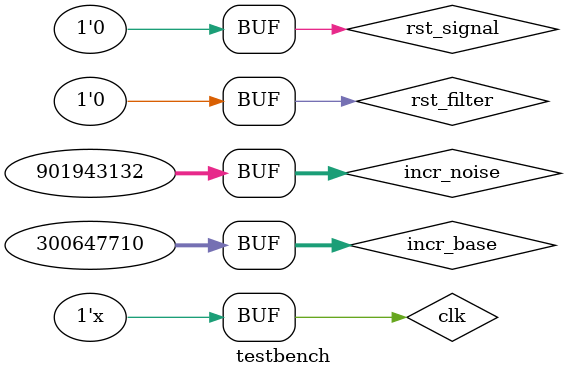
<source format=v>
`timescale 10ns / 1ps

module testbench(
);

    reg clk, rst_signal, rst_filter;      // clock and reset
    wire [7:0] signal_base, signal_noise; // signals from function generators
    reg [31:0] incr_base, incr_noise;     // 32 bit increment values for the function generator
    wire signed [7:0] d, x;               // filter input signals
    wire signed [15:0] y, e;              // filter output signal
    
    fir_lms filter (
        .clk (clk),
        .reset (rst_filter),
        .x_in (x),
        .d_in (d),
        .f0_out (),
        .f1_out (),
        .y_out (y),
        .e_out (e)
    );
    
    // setup the base signal generator
    fun_text signal_gen (
        .clk (clk),
        .reset (rst_signal),
        .M (incr_base),
        .sin (signal_base),
        .acc ()
    );
    
    // setup the interferance signal generator
    fun_text noise_gen (
        .clk (clk),
        .reset (rst_signal),
        .M (incr_noise),
        .sin (signal_noise),
        .acc ()
    );
    
    // signal plus 1/4 * noise; maintain 8-bit precision; shifted for signed
    assign x = signal_noise - 128;
    assign d = ((signal_base - 128) + (x >>> 2)) >>> 1;
    
    initial begin
        // reset the signal generators
        clk <= 0;
        rst_filter <= 1;
        rst_signal = 1;
        #1 rst_signal = 0;
        #5 rst_filter = 0; // reset the filter after the first clock cycle, so the signals are valid
    end
    
    initial begin
        // setup the signal generators
        incr_base <= 300647710;     // 700kHz (2^32 * 700kHz / 10MHz = 300647710)
        incr_noise = 0;             // phase the noise in after a couple cycles, to make it more visible
        #20 incr_noise = 901943132; // 2.1MHz (2^32 * 2.1MHz / 10MHz = 901943132)
    end
    
    // create the clock signal (10MHz)
    always #5 clk = ~clk;

endmodule

</source>
